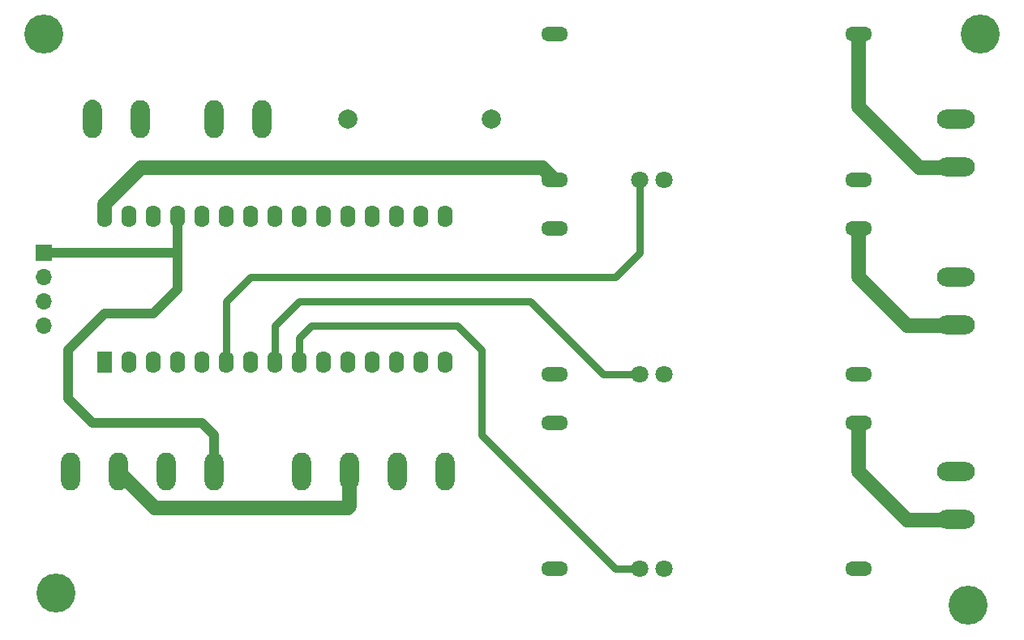
<source format=gbr>
G04 #@! TF.FileFunction,Copper,L1,Top,Signal*
%FSLAX46Y46*%
G04 Gerber Fmt 4.6, Leading zero omitted, Abs format (unit mm)*
G04 Created by KiCad (PCBNEW 4.0.7) date 01/04/18 12:39:04*
%MOMM*%
%LPD*%
G01*
G04 APERTURE LIST*
%ADD10C,0.100000*%
%ADD11O,2.800000X1.524000*%
%ADD12C,1.800000*%
%ADD13O,1.981200X3.962400*%
%ADD14O,3.962400X1.981200*%
%ADD15C,1.998980*%
%ADD16R,1.574800X2.286000*%
%ADD17O,1.574800X2.286000*%
%ADD18R,1.700000X1.700000*%
%ADD19O,1.700000X1.700000*%
%ADD20C,4.064000*%
%ADD21C,1.500000*%
%ADD22C,1.000000*%
%ADD23C,0.800000*%
G04 APERTURE END LIST*
D10*
D11*
X74930000Y-77470000D03*
X74930000Y-62230000D03*
X106680000Y-77470000D03*
X106680000Y-62230000D03*
D12*
X83820000Y-77470000D03*
X86360000Y-77470000D03*
D13*
X26670000Y-71120000D03*
X31670000Y-71120000D03*
X39370000Y-71120000D03*
X44370000Y-71120000D03*
D14*
X116840000Y-71120000D03*
X116840000Y-76120000D03*
X116840000Y-87630000D03*
X116840000Y-92630000D03*
X116840000Y-107950000D03*
X116840000Y-112950000D03*
D13*
X39370000Y-107950000D03*
X34370000Y-107950000D03*
X24370000Y-107950000D03*
X29370000Y-107950000D03*
X63500000Y-107950000D03*
X58500000Y-107950000D03*
X48500000Y-107950000D03*
X53500000Y-107950000D03*
D15*
X53340000Y-71120000D03*
X68340000Y-71120000D03*
D16*
X27940000Y-96520000D03*
D17*
X30480000Y-96520000D03*
X33020000Y-96520000D03*
X35560000Y-96520000D03*
X38100000Y-96520000D03*
X40640000Y-96520000D03*
X43180000Y-96520000D03*
X45720000Y-96520000D03*
X48260000Y-96520000D03*
X50800000Y-96520000D03*
X53340000Y-96520000D03*
X55880000Y-96520000D03*
X58420000Y-96520000D03*
X60960000Y-96520000D03*
X63500000Y-96520000D03*
X63500000Y-81280000D03*
X60960000Y-81280000D03*
X58420000Y-81280000D03*
X55880000Y-81280000D03*
X53340000Y-81280000D03*
X50800000Y-81280000D03*
X48260000Y-81280000D03*
X45720000Y-81280000D03*
X43180000Y-81280000D03*
X40640000Y-81280000D03*
X38100000Y-81280000D03*
X35560000Y-81280000D03*
X33020000Y-81280000D03*
X30480000Y-81280000D03*
X27940000Y-81280000D03*
D11*
X74930000Y-97790000D03*
X74930000Y-82550000D03*
X106680000Y-97790000D03*
X106680000Y-82550000D03*
D12*
X83820000Y-97790000D03*
X86360000Y-97790000D03*
D11*
X74930000Y-118110000D03*
X74930000Y-102870000D03*
X106680000Y-118110000D03*
X106680000Y-102870000D03*
D12*
X83820000Y-118110000D03*
X86360000Y-118110000D03*
D18*
X21590000Y-85090000D03*
D19*
X21590000Y-87630000D03*
X21590000Y-90170000D03*
X21590000Y-92710000D03*
D20*
X119380000Y-62230000D03*
X118110000Y-121920000D03*
X22860000Y-120650000D03*
X21590000Y-62230000D03*
D21*
X27940000Y-81280000D02*
X27940000Y-80010000D01*
X73660000Y-76200000D02*
X74930000Y-77470000D01*
X31750000Y-76200000D02*
X73660000Y-76200000D01*
X27940000Y-80010000D02*
X31750000Y-76200000D01*
X26670000Y-71120000D02*
X26670000Y-69850000D01*
X53500000Y-107950000D02*
X53500000Y-111600000D01*
X33180000Y-111760000D02*
X29370000Y-107950000D01*
X53340000Y-111760000D02*
X33180000Y-111760000D01*
X53500000Y-111600000D02*
X53340000Y-111760000D01*
D22*
X35560000Y-85090000D02*
X35560000Y-88900000D01*
X39370000Y-104140000D02*
X39370000Y-107950000D01*
X38100000Y-102870000D02*
X39370000Y-104140000D01*
X26670000Y-102870000D02*
X38100000Y-102870000D01*
X24130000Y-100330000D02*
X26670000Y-102870000D01*
X24130000Y-95250000D02*
X24130000Y-100330000D01*
X27940000Y-91440000D02*
X24130000Y-95250000D01*
X33020000Y-91440000D02*
X27940000Y-91440000D01*
X35560000Y-88900000D02*
X33020000Y-91440000D01*
X21590000Y-85090000D02*
X35560000Y-85090000D01*
X35560000Y-85090000D02*
X35560000Y-81280000D01*
D23*
X39370000Y-107950000D02*
X39370000Y-106680000D01*
D21*
X106680000Y-62230000D02*
X106680000Y-69850000D01*
X113030000Y-76200000D02*
X116760000Y-76200000D01*
X106680000Y-69850000D02*
X113030000Y-76200000D01*
X116760000Y-76200000D02*
X116840000Y-76120000D01*
X106680000Y-82550000D02*
X106680000Y-87630000D01*
X111760000Y-92710000D02*
X116760000Y-92710000D01*
X106680000Y-87630000D02*
X111760000Y-92710000D01*
X116760000Y-92710000D02*
X116840000Y-92630000D01*
X106680000Y-102870000D02*
X106680000Y-107950000D01*
X111760000Y-113030000D02*
X116760000Y-113030000D01*
X106680000Y-107950000D02*
X111760000Y-113030000D01*
X116760000Y-113030000D02*
X116840000Y-112950000D01*
D23*
X83820000Y-77470000D02*
X83820000Y-85090000D01*
X40640000Y-90170000D02*
X40640000Y-96520000D01*
X43180000Y-87630000D02*
X40640000Y-90170000D01*
X81280000Y-87630000D02*
X43180000Y-87630000D01*
X83820000Y-85090000D02*
X81280000Y-87630000D01*
X83820000Y-97790000D02*
X80010000Y-97790000D01*
X45720000Y-92710000D02*
X45720000Y-96520000D01*
X48260000Y-90170000D02*
X45720000Y-92710000D01*
X72390000Y-90170000D02*
X48260000Y-90170000D01*
X80010000Y-97790000D02*
X72390000Y-90170000D01*
X83820000Y-118110000D02*
X81280000Y-118110000D01*
X48260000Y-93980000D02*
X48260000Y-96520000D01*
X49530000Y-92710000D02*
X48260000Y-93980000D01*
X64770000Y-92710000D02*
X49530000Y-92710000D01*
X67310000Y-95250000D02*
X64770000Y-92710000D01*
X67310000Y-104140000D02*
X67310000Y-95250000D01*
X81280000Y-118110000D02*
X67310000Y-104140000D01*
M02*

</source>
